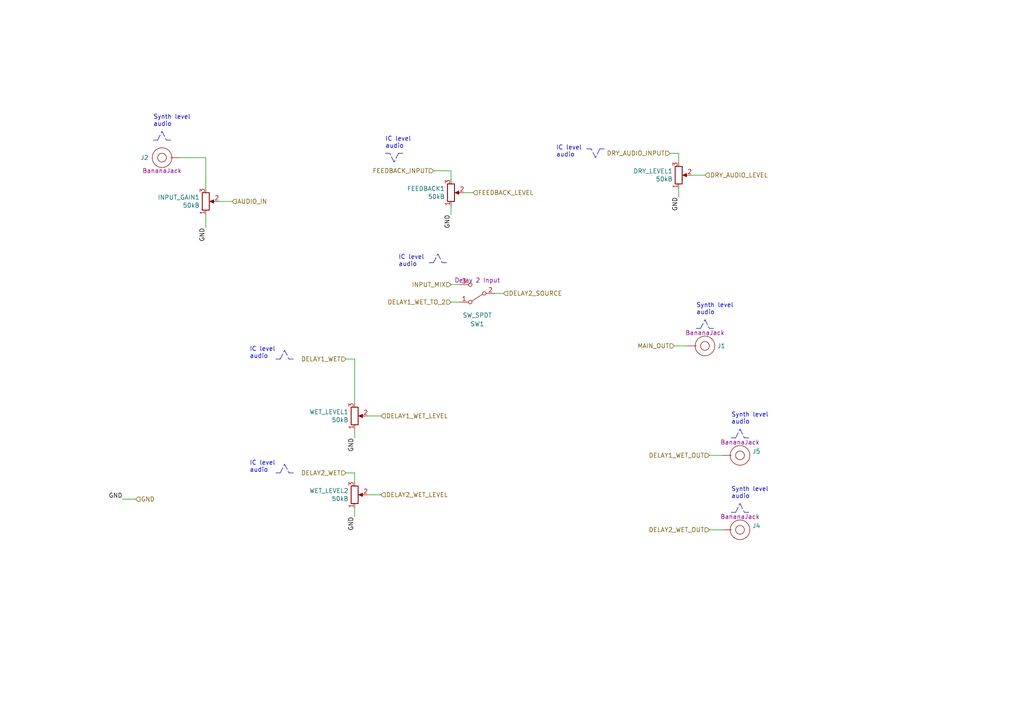
<source format=kicad_sch>
(kicad_sch (version 20211123) (generator eeschema)
  (paper "A4")
  (title_block (title "Dual PT2399 Digi Delay") (rev "r01"))
  (lib_symbols
    (symbol "BananaJacks:BananaJack_PanelMount" (pin_numbers hide) (pin_names (offset 1.016))
      (property "Reference" "J" (at 0 3.81 0))
      (property "Note" "BananaJack" (at 0 -3.81 0))
      (symbol "BananaJack_PanelMount_0_1"
        (circle (center 0 0) (radius 1.27))
        (circle (center 0 0) (radius 2.8448))
      )
      (symbol "BananaJack_PanelMount_1_1"
        (pin bidirectional line (at 5.08 0 180) (length 2.54) (name "~") (number "1"))
      )
    )
    (symbol "Device:R_Potentiometer" (pin_names (offset 1.016) hide)
      (property "Reference" "RV" (at -4.445 0 90))
      (property "Value" "R_Potentiometer" (at -2.54 0 90))
      (symbol "R_Potentiometer_0_1"
        (polyline (pts (xy 2.54 0) (xy 1.524 0)))
        (polyline (pts (xy 1.143 0) (xy 2.286 0.508) (xy 2.286 -0.508) (xy 1.143 0)) (fill (type outline)))
        (rectangle (start 1.016 2.54) (end -1.016 -2.54) (stroke (width 0.254)))
      )
      (symbol "R_Potentiometer_1_1"
        (pin passive line (at 0 3.81 270) (length 1.27) (name "1") (number "1"))
        (pin passive line (at 3.81 0 180) (length 1.27) (name "2") (number "2"))
        (pin passive line (at 0 -3.81 90) (length 1.27) (name "3") (number "3"))
      )
    )
    (symbol "Switch:SW_SPDT" (pin_names (offset 0) hide)
      (property "Reference" "SW" (at 0 4.318 0))
      (property "Value" "SW_SPDT" (at 0 -5.08 0))
      (symbol "SW_SPDT_0_0"
        (circle (center -2.032 0) (radius 0.508))
        (circle (center 2.032 -2.54) (radius 0.508))
      )
      (symbol "SW_SPDT_0_1"
        (polyline (pts (xy -1.524 0.254) (xy 1.651 2.286)))
        (circle (center 2.032 2.54) (radius 0.508))
      )
      (symbol "SW_SPDT_1_1"
        (pin passive line (at 5.08 2.54 180) (length 2.54) (name "A") (number "1"))
        (pin passive line (at -5.08 0 0) (length 2.54) (name "B") (number "2"))
        (pin passive line (at 5.08 -2.54 180) (length 2.54) (name "C") (number "3"))
      )
    )
  )
  (wire (pts (xy 196.85 54.61) (xy 196.85 57.15)))
  (polyline (pts (xy 203.2 95.25) (xy 204.47 92.71)))
  (wire (pts (xy 200.66 50.8) (xy 204.47 50.8)))
  (polyline (pts (xy 173.99 43.18) (xy 172.72 45.72)))
  (polyline (pts (xy 204.47 92.71) (xy 205.74 95.25)))
  (polyline (pts (xy 127 73.66) (xy 128.27 76.2)))
  (wire (pts (xy 143.51 85.09) (xy 146.05 85.09)))
  (polyline (pts (xy 215.9 127) (xy 217.17 127)))
  (wire (pts (xy 102.87 137.16) (xy 102.87 139.7)))
  (polyline (pts (xy 116.84 44.45) (xy 115.57 44.45)))
  (polyline (pts (xy 214.63 124.46) (xy 215.9 127)))
  (polyline (pts (xy 213.36 127) (xy 214.63 124.46)))
  (wire (pts (xy 100.33 104.14) (xy 102.87 104.14)))
  (wire (pts (xy 195.58 100.33) (xy 199.39 100.33)))
  (polyline (pts (xy 201.93 95.25) (xy 203.2 95.25)))
  (polyline (pts (xy 82.55 101.6) (xy 83.82 104.14)))
  (polyline (pts (xy 114.3 46.99) (xy 113.03 44.45)))
  (wire (pts (xy 102.87 124.46) (xy 102.87 127)))
  (polyline (pts (xy 172.72 45.72) (xy 171.45 43.18)))
  (polyline (pts (xy 175.26 43.18) (xy 173.99 43.18)))
  (polyline (pts (xy 125.73 76.2) (xy 127 73.66)))
  (polyline (pts (xy 171.45 43.18) (xy 170.18 43.18)))
  (wire (pts (xy 106.68 120.65) (xy 110.49 120.65)))
  (polyline (pts (xy 212.09 148.59) (xy 213.36 148.59)))
  (polyline (pts (xy 82.55 134.62) (xy 83.82 137.16)))
  (wire (pts (xy 196.85 44.45) (xy 196.85 46.99)))
  (polyline (pts (xy 111.76 44.45) (xy 113.03 44.45)))
  (polyline (pts (xy 115.57 44.45) (xy 114.3 46.99)))
  (wire (pts (xy 106.68 143.51) (xy 110.49 143.51)))
  (wire (pts (xy 134.62 55.88) (xy 137.16 55.88)))
  (polyline (pts (xy 215.9 148.59) (xy 217.17 148.59)))
  (wire (pts (xy 39.37 144.78) (xy 35.56 144.78)))
  (wire (pts (xy 205.74 132.08) (xy 209.55 132.08)))
  (wire (pts (xy 133.35 87.63) (xy 130.81 87.63)))
  (polyline (pts (xy 45.72 40.64) (xy 46.99 38.1)))
  (polyline (pts (xy 124.46 76.2) (xy 125.73 76.2)))
  (polyline (pts (xy 44.45 40.64) (xy 45.72 40.64)))
  (wire (pts (xy 205.74 153.67) (xy 209.55 153.67)))
  (wire (pts (xy 63.5 58.42) (xy 67.31 58.42)))
  (polyline (pts (xy 83.82 104.14) (xy 85.09 104.14)))
  (polyline (pts (xy 214.63 146.05) (xy 215.9 148.59)))
  (polyline (pts (xy 80.01 137.16) (xy 81.28 137.16)))
  (wire (pts (xy 59.69 66.04) (xy 59.69 62.23)))
  (wire (pts (xy 59.69 45.72) (xy 59.69 54.61)))
  (polyline (pts (xy 213.36 148.59) (xy 214.63 146.05)))
  (polyline (pts (xy 205.74 95.25) (xy 207.01 95.25)))
  (wire (pts (xy 194.31 44.45) (xy 196.85 44.45)))
  (wire (pts (xy 130.81 82.55) (xy 133.35 82.55)))
  (polyline (pts (xy 46.99 38.1) (xy 48.26 40.64)))
  (polyline (pts (xy 48.26 40.64) (xy 49.53 40.64)))
  (wire (pts (xy 130.81 59.69) (xy 130.81 62.23)))
  (wire (pts (xy 52.07 45.72) (xy 59.69 45.72)))
  (wire (pts (xy 130.81 49.53) (xy 130.81 52.07)))
  (polyline (pts (xy 212.09 127) (xy 213.36 127)))
  (wire (pts (xy 100.33 137.16) (xy 102.87 137.16)))
  (polyline (pts (xy 81.28 137.16) (xy 82.55 134.62)))
  (polyline (pts (xy 81.28 104.14) (xy 82.55 101.6)))
  (polyline (pts (xy 83.82 137.16) (xy 85.09 137.16)))
  (polyline (pts (xy 128.27 76.2) (xy 129.54 76.2)))
  (polyline (pts (xy 80.01 104.14) (xy 81.28 104.14)))
  (wire (pts (xy 125.73 49.53) (xy 130.81 49.53)))
  (wire (pts (xy 102.87 147.32) (xy 102.87 149.86)))
  (wire (pts (xy 102.87 104.14) (xy 102.87 116.84)))
  (text "IC level\naudio" (at 72.39 104.14 0) (effects (font (size 1.27 1.27)) (justify left bottom)))
  (text "Synth level\naudio" (at 44.45 36.83 0) (effects (font (size 1.27 1.27)) (justify left bottom)))
  (text "IC level\naudio" (at 161.29 45.72 0) (effects (font (size 1.27 1.27)) (justify left bottom)))
  (text "IC level\naudio" (at 111.76 43.18 0) (effects (font (size 1.27 1.27)) (justify left bottom)))
  (text "Synth level\naudio" (at 212.09 144.78 0) (effects (font (size 1.27 1.27)) (justify left bottom)))
  (text "IC level\naudio" (at 72.39 137.16 0) (effects (font (size 1.27 1.27)) (justify left bottom)))
  (text "Synth level\naudio" (at 201.93 91.44 0) (effects (font (size 1.27 1.27)) (justify left bottom)))
  (text "IC level\naudio" (at 115.57 77.47 0) (effects (font (size 1.27 1.27)) (justify left bottom)))
  (text "Synth level\naudio" (at 212.09 123.19 0) (effects (font (size 1.27 1.27)) (justify left bottom)))
  (label "GND" (at 130.81 62.23 270))
  (label "GND" (at 196.85 57.15 270))
  (label "GND" (at 35.56 144.78 180))
  (label "GND" (at 102.87 149.86 270))
  (label "GND" (at 59.69 66.04 270))
  (label "GND" (at 102.87 127 270))
  (hierarchical_label "DELAY1_WET" (shape input) (at 100.33 104.14 180))
  (hierarchical_label "DELAY2_WET" (shape input) (at 100.33 137.16 180))
  (hierarchical_label "MAIN_OUT" (shape input) (at 195.58 100.33 180))
  (hierarchical_label "DELAY1_WET_LEVEL" (shape input) (at 110.49 120.65 0))
  (hierarchical_label "FEEDBACK_LEVEL" (shape input) (at 137.16 55.88 0))
  (hierarchical_label "FEEDBACK_INPUT" (shape input) (at 125.73 49.53 180))
  (hierarchical_label "DRY_AUDIO_LEVEL" (shape input) (at 204.47 50.8 0))
  (hierarchical_label "INPUT_MIX" (shape input) (at 130.81 82.55 180))
  (hierarchical_label "DRY_AUDIO_INPUT" (shape input) (at 194.31 44.45 180))
  (hierarchical_label "AUDIO_IN" (shape input) (at 67.31 58.42 0))
  (hierarchical_label "DELAY2_SOURCE" (shape input) (at 146.05 85.09 0))
  (hierarchical_label "DELAY1_WET_OUT" (shape input) (at 205.74 132.08 180))
  (hierarchical_label "DELAY2_WET_OUT" (shape input) (at 205.74 153.67 180))
  (hierarchical_label "GND" (shape input) (at 39.37 144.78 0))
  (hierarchical_label "DELAY1_WET_TO_2" (shape input) (at 130.81 87.63 180))
  (hierarchical_label "DELAY2_WET_LEVEL" (shape input) (at 110.49 143.51 0))
  (symbol (lib_id "Device:R_Potentiometer") (at 59.69 58.42 0) (mirror x) (unit 1)
    (property "Reference" "INPUT_GAIN1" (at 57.912 57.2516 0) (effects (justify right)))
    (property "Value" "50kB" (at 57.912 59.563 0) (effects (justify right)))
    (property "Footprint" "Rumblesan_Footprints:Potentiometer_Alpha_RD901F-40-00D_Single_Vertical_CircularHoles" (effects hide))
    (property "Vendor" "Thonk" (effects hide))
  )
  (symbol (lib_id "BananaJacks:BananaJack_PanelMount") (at 46.99 45.72 0) (unit 1)
    (property "Reference" "J2" (at 41.91 45.72 0))
    (property "Value" "BananaJack_PanelMount" (effects hide))
    (property "Footprint" "Rumblesan_Footprints:BananaJack_THT_JohnsonCinch_108-09" (effects hide))
    (property "Vendor" "Mouser" (effects hide))
    (property "SKU" "108-0901-1" (effects hide))
    (property "Note" "BananaJack" (at 46.99 49.53 0))
  )
  (symbol (lib_id "Device:R_Potentiometer") (at 130.81 55.88 0) (mirror x) (unit 1)
    (property "Reference" "FEEDBACK1" (at 129.032 54.7116 0) (effects (justify right)))
    (property "Value" "50kB" (at 129.032 57.023 0) (effects (justify right)))
    (property "Footprint" "Rumblesan_Footprints:Potentiometer_Alpha_RD901F-40-00D_Single_Vertical_CircularHoles" (effects hide))
    (property "Vendor" "Thonk" (effects hide))
  )
  (symbol (lib_id "Device:R_Potentiometer") (at 102.87 143.51 0) (mirror x) (unit 1)
    (property "Reference" "WET_LEVEL2" (at 101.092 142.3416 0) (effects (justify right)))
    (property "Value" "50kB" (at 101.092 144.653 0) (effects (justify right)))
    (property "Footprint" "Rumblesan_Footprints:Potentiometer_Alpha_RD901F-40-00D_Single_Vertical_CircularHoles" (effects hide))
    (property "Vendor" "Thonk" (effects hide))
  )
  (symbol (lib_id "Device:R_Potentiometer") (at 102.87 120.65 0) (mirror x) (unit 1)
    (property "Reference" "WET_LEVEL1" (at 101.092 119.4816 0) (effects (justify right)))
    (property "Value" "50kB" (at 101.092 121.793 0) (effects (justify right)))
    (property "Footprint" "Rumblesan_Footprints:Potentiometer_Alpha_RD901F-40-00D_Single_Vertical_CircularHoles" (effects hide))
    (property "Vendor" "Thonk" (effects hide))
  )
  (symbol (lib_id "Device:R_Potentiometer") (at 196.85 50.8 0) (mirror x) (unit 1)
    (property "Reference" "DRY_LEVEL1" (at 195.0974 49.6316 0) (effects (justify right)))
    (property "Value" "50kB" (at 195.0974 51.943 0) (effects (justify right)))
    (property "Footprint" "Rumblesan_Footprints:Potentiometer_Alpha_RD901F-40-00D_Single_Vertical_CircularHoles" (effects hide))
    (property "Vendor" "Thonk" (effects hide))
  )
  (symbol (lib_id "BananaJacks:BananaJack_PanelMount") (at 204.47 100.33 180) (unit 1)
    (property "Reference" "J1" (at 208.026 100.33 0) (effects (justify right)))
    (property "Value" "BananaJack_PanelMount" (effects hide))
    (property "Footprint" "Rumblesan_Footprints:BananaJack_THT_JohnsonCinch_108-09" (effects hide))
    (property "Vendor" "Mouser" (effects hide))
    (property "SKU" "108-0901-1" (effects hide))
    (property "Note" "BananaJack" (at 204.47 96.52 0))
  )
  (symbol (lib_id "Switch:SW_SPDT") (at 138.43 85.09 180) (unit 1)
    (property "Reference" "SW1" (at 138.43 93.98 0))
    (property "Value" "SW_SPDT" (at 138.43 91.44 0))
    (property "Footprint" "Rumblesan_Footprints:Toggle_Switch_100SP1T1B3M2QE" (effects hide))
    (property "Vendor" "Mouser" (effects hide))
    (property "SKU" "612-100SP1T1B3M2QEH" (effects hide))
    (property "Note" "Delay 2 Input" (at 138.43 81.28 0))
  )
  (symbol (lib_id "BananaJacks:BananaJack_PanelMount") (at 214.63 153.67 180) (unit 1)
    (property "Reference" "J4" (at 218.186 152.5016 0) (effects (justify right)))
    (property "Value" "BananaJack_PanelMount" (effects hide))
    (property "Footprint" "Rumblesan_Footprints:BananaJack_THT_JohnsonCinch_108-09" (effects hide))
    (property "SKU" "108-0901-1" (effects hide))
    (property "Vendor" "Mouser" (effects hide))
    (property "Note" "BananaJack" (at 214.63 149.86 0))
  )
  (symbol (lib_id "BananaJacks:BananaJack_PanelMount") (at 214.63 132.08 180) (unit 1)
    (property "Reference" "J5" (at 218.186 130.9116 0) (effects (justify right)))
    (property "Value" "BananaJack_PanelMount" (effects hide))
    (property "Footprint" "Rumblesan_Footprints:BananaJack_THT_JohnsonCinch_108-09" (effects hide))
    (property "Vendor" "Mouser" (effects hide))
    (property "SKU" "108-0901-1" (effects hide))
    (property "Note" "BananaJack" (at 214.63 128.27 0))
  )
)
</source>
